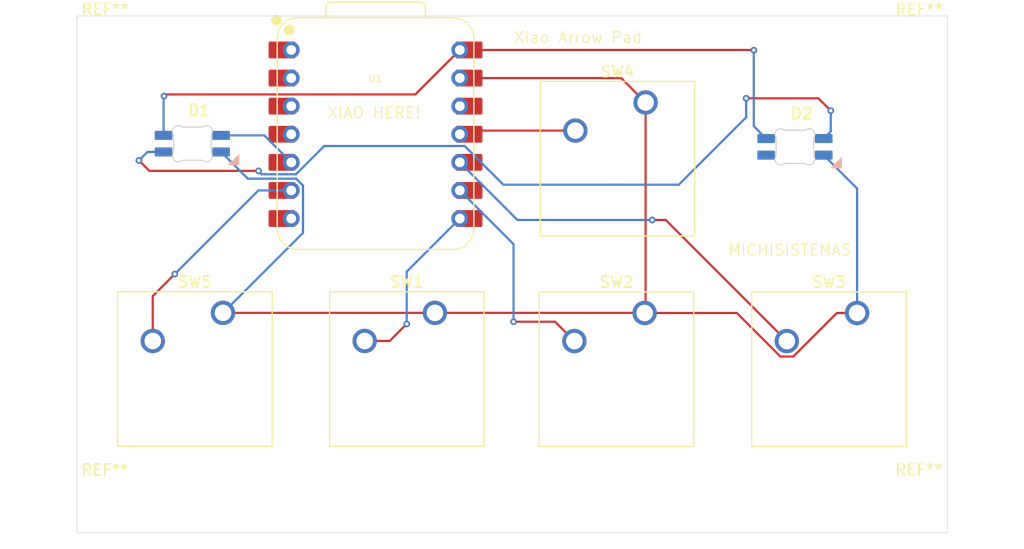
<source format=kicad_pcb>
(kicad_pcb (version 20241229) (generator "pcbnew") (generator_version "9.0")
  (layers (0 "F.Cu" signal) (2 "B.Cu" signal) (13 "F.Paste" user) (15 "B.Paste" user) (5 "F.SilkS" user "F.Silkscreen") (7 "B.SilkS" user "B.Silkscreen") (1 "F.Mask" user) (3 "B.Mask" user) (25 "Edge.Cuts" user))
  (net 0 "")
  (net 1 "Net-(D1-DOUT)")
  (net 2 "GND")
  (net 3 "Net-(D1-DIN)")
  (net 4 "+5V")
  (net 5 "Net-(U1-GPIO1{slash}RX)")
  (net 6 "Net-(U1-GPIO2{slash}SCK)")
  (net 7 "Net-(U1-GPIO4{slash}MISO)")
  (net 8 "Net-(U1-GPIO3{slash}MOSI)")
  (net 11 "Net-(U1-GPIO7{slash}SCL)")
  (footprint "Button_Switch_Keyboard:SW_Cherry_MX_1.00u_PCB" (layer "F.Cu") (at 134.49 123.38)
    (property "Reference" "SW1" (at -2.54 -2.794 0) (layer "F.SilkS"))
    (property "Value" "SW_Push")
    (fp_line (start -9.525 -1.905) (end 4.445 -1.905) (stroke (width 0.12)) (layer "F.SilkS"))
    (fp_line (start -9.525 12.065) (end -9.525 -1.905) (stroke (width 0.12)) (layer "F.SilkS"))
    (fp_line (start 4.445 -1.905) (end 4.445 12.065) (stroke (width 0.12)) (layer "F.SilkS"))
    (fp_line (start 4.445 12.065) (end -9.525 12.065) (stroke (width 0.12)) (layer "F.SilkS"))
    (pad "" np_thru_hole circle (at -7.62 5.08) (size 1.7 1.7) (drill 1.7) (layers "*.Cu" "*.Mask"))
    (pad "" np_thru_hole circle (at -2.54 5.08) (size 4 4) (drill 4) (layers "*.Cu" "*.Mask"))
    (pad "" np_thru_hole circle (at 2.54 5.08) (size 1.7 1.7) (drill 1.7) (layers "*.Cu" "*.Mask"))
    (pad "1" thru_hole circle (at 0 0) (size 2.2 2.2) (drill 1.5) (layers "*.Cu" "*.Mask") (net 2 "GND"))
    (pad "2" thru_hole circle (at -6.35 2.54) (size 2.2 2.2) (drill 1.5) (layers "*.Cu" "*.Mask") (net 5 "Net-(U1-GPIO1{slash}RX)"))
  )
  (footprint "OPL Lib:XIAO-RP2040-DIP" (layer "F.Cu") (at 129.12 107.23)
    (property "Reference" "U1" (at -0.02 -5.01 0) (layer "F.SilkS") (effects (font (size 0.635 0.635) (thickness 0.1016))))
    (property "Value" "XIAO-RP2040-DIP")
    (fp_line (start -8.89 8.509) (end -8.89 -8.636) (stroke (width 0.127)) (layer "F.SilkS"))
    (fp_line (start -6.985 10.414) (end 6.985 10.414) (stroke (width 0.127)) (layer "F.SilkS"))
    (fp_line (start -4.495 -10.541) (end -4.491272 -11.451272) (stroke (width 0.127)) (layer "F.SilkS"))
    (fp_line (start -3.991272 -11.951) (end 4.004 -11.951) (stroke (width 0.127)) (layer "F.SilkS"))
    (fp_line (start 4.504 -11.451) (end 4.504 -10.541) (stroke (width 0.127)) (layer "F.SilkS"))
    (fp_line (start 6.985 -10.541) (end -6.985 -10.541) (stroke (width 0.1)) (layer "F.SilkS"))
    (fp_line (start 6.985 -10.541) (end -6.985 -10.541) (stroke (width 0.127)) (layer "F.SilkS"))
    (fp_line (start 8.89 8.509) (end 8.89 -8.636) (stroke (width 0.127)) (layer "F.SilkS"))
    (fp_arc (start -8.89 -8.636) (mid -8.332038 -9.983038) (end -6.985 -10.541) (stroke (width 0.127)) (layer "F.SilkS"))
    (fp_arc (start -6.985 10.414) (mid -8.332038 9.856038) (end -8.89 8.509) (stroke (width 0.127)) (layer "F.SilkS"))
    (fp_arc (start -4.491272 -11.451272) (mid -4.344728 -11.80464) (end -3.991272 -11.951) (stroke (width 0.127)) (layer "F.SilkS"))
    (fp_arc (start 4.004 -11.951) (mid 4.357553 -11.804553) (end 4.504 -11.451) (stroke (width 0.127)) (layer "F.SilkS"))
    (fp_arc (start 6.985 -10.541) (mid 8.332038 -9.983038) (end 8.89 -8.636) (stroke (width 0.127)) (layer "F.SilkS"))
    (fp_arc (start 8.89 8.509) (mid 8.332038 9.856038) (end 6.985 10.414) (stroke (width 0.127)) (layer "F.SilkS"))
    (fp_circle (center -8.95 -10.3) (end -8.95 -10.554) (stroke (width 0.5)) (fill yes) (layer "F.SilkS"))
    (fp_circle (center -7.807 -9.42) (end -7.807 -9.674) (stroke (width 0.5)) (fill yes) (layer "F.SilkS"))
    (pad "1" smd roundrect (at -8.455 -7.62 180) (size 2.432 1.524) (layers "F.Cu" "F.Mask") (roundrect_rratio 0.1))
    (pad "1" thru_hole circle (at -7.62 -7.62 180) (size 1.524 1.524) (drill 0.889) (layers "*.Cu" "*.Mask"))
    (pad "2" smd roundrect (at -8.455 -5.08 180) (size 2.432 1.524) (layers "F.Cu" "F.Mask") (roundrect_rratio 0.1))
    (pad "2" thru_hole circle (at -7.62 -5.08 180) (size 1.524 1.524) (drill 0.889) (layers "*.Cu" "*.Mask"))
    (pad "3" smd roundrect (at -8.455 -2.54 180) (size 2.432 1.524) (layers "F.Cu" "F.Mask") (roundrect_rratio 0.1))
    (pad "3" thru_hole circle (at -7.62 -2.54 180) (size 1.524 1.524) (drill 0.889) (layers "*.Cu" "*.Mask"))
    (pad "4" smd roundrect (at -8.455 0 180) (size 2.432 1.524) (layers "F.Cu" "F.Mask") (roundrect_rratio 0.1))
    (pad "4" thru_hole circle (at -7.62 0 180) (size 1.524 1.524) (drill 0.889) (layers "*.Cu" "*.Mask"))
    (pad "5" smd roundrect (at -8.455 2.54 180) (size 2.432 1.524) (layers "F.Cu" "F.Mask") (roundrect_rratio 0.1) (net 3 "Net-(D1-DIN)"))
    (pad "5" thru_hole circle (at -7.62 2.54 180) (size 1.524 1.524) (drill 0.889) (layers "*.Cu" "*.Mask") (net 3 "Net-(D1-DIN)"))
    (pad "6" smd roundrect (at -8.455 5.08 180) (size 2.432 1.524) (layers "F.Cu" "F.Mask") (roundrect_rratio 0.1) (net 11 "Net-(U1-GPIO7{slash}SCL)"))
    (pad "6" thru_hole circle (at -7.62 5.08 180) (size 1.524 1.524) (drill 0.889) (layers "*.Cu" "*.Mask") (net 11 "Net-(U1-GPIO7{slash}SCL)"))
    (pad "7" smd roundrect (at -8.455 7.62 180) (size 2.432 1.524) (layers "F.Cu" "F.Mask") (roundrect_rratio 0.1))
    (pad "7" thru_hole circle (at -7.62 7.62 180) (size 1.524 1.524) (drill 0.889) (layers "*.Cu" "*.Mask"))
    (pad "8" thru_hole circle (at 7.62 7.62) (size 1.524 1.524) (drill 0.889) (layers "*.Cu" "*.Mask") (net 5 "Net-(U1-GPIO1{slash}RX)"))
    (pad "8" smd roundrect (at 8.455 7.62) (size 2.432 1.524) (layers "F.Cu" "F.Mask") (roundrect_rratio 0.1) (net 5 "Net-(U1-GPIO1{slash}RX)"))
    (pad "9" thru_hole circle (at 7.62 5.08) (size 1.524 1.524) (drill 0.889) (layers "*.Cu" "*.Mask") (net 6 "Net-(U1-GPIO2{slash}SCK)"))
    (pad "9" smd roundrect (at 8.455 5.08) (size 2.432 1.524) (layers "F.Cu" "F.Mask") (roundrect_rratio 0.1) (net 6 "Net-(U1-GPIO2{slash}SCK)"))
    (pad "10" thru_hole circle (at 7.62 2.54) (size 1.524 1.524) (drill 0.889) (layers "*.Cu" "*.Mask") (net 7 "Net-(U1-GPIO4{slash}MISO)"))
    (pad "10" smd roundrect (at 8.455 2.54) (size 2.432 1.524) (layers "F.Cu" "F.Mask") (roundrect_rratio 0.1) (net 7 "Net-(U1-GPIO4{slash}MISO)"))
    (pad "11" thru_hole circle (at 7.62 0) (size 1.524 1.524) (drill 0.889) (layers "*.Cu" "*.Mask") (net 8 "Net-(U1-GPIO3{slash}MOSI)"))
    (pad "11" smd roundrect (at 8.455 0) (size 2.432 1.524) (layers "F.Cu" "F.Mask") (roundrect_rratio 0.1) (net 8 "Net-(U1-GPIO3{slash}MOSI)"))
    (pad "12" thru_hole circle (at 7.62 -2.54) (size 1.524 1.524) (drill 0.889) (layers "*.Cu" "*.Mask"))
    (pad "12" smd roundrect (at 8.455 -2.54) (size 2.432 1.524) (layers "F.Cu" "F.Mask") (roundrect_rratio 0.1))
    (pad "13" thru_hole circle (at 7.62 -5.08) (size 1.524 1.524) (drill 0.889) (layers "*.Cu" "*.Mask") (net 2 "GND"))
    (pad "13" smd roundrect (at 8.455 -5.08) (size 2.432 1.524) (layers "F.Cu" "F.Mask") (roundrect_rratio 0.1) (net 2 "GND"))
    (pad "14" thru_hole circle (at 7.62 -7.62) (size 1.524 1.524) (drill 0.889) (layers "*.Cu" "*.Mask") (net 4 "+5V"))
    (pad "14" smd roundrect (at 8.455 -7.62) (size 2.432 1.524) (layers "F.Cu" "F.Mask") (roundrect_rratio 0.1) (net 4 "+5V"))
  )
  (footprint "Button_Switch_Keyboard:SW_Cherry_MX_1.00u_PCB" (layer "F.Cu") (at 115.33 123.38)
    (property "Reference" "SW5" (at -2.54 -2.794 0) (layer "F.SilkS"))
    (property "Value" "SW_Push")
    (fp_line (start -9.525 -1.905) (end 4.445 -1.905) (stroke (width 0.12)) (layer "F.SilkS"))
    (fp_line (start -9.525 12.065) (end -9.525 -1.905) (stroke (width 0.12)) (layer "F.SilkS"))
    (fp_line (start 4.445 -1.905) (end 4.445 12.065) (stroke (width 0.12)) (layer "F.SilkS"))
    (fp_line (start 4.445 12.065) (end -9.525 12.065) (stroke (width 0.12)) (layer "F.SilkS"))
    (pad "" np_thru_hole circle (at -7.62 5.08) (size 1.7 1.7) (drill 1.7) (layers "*.Cu" "*.Mask"))
    (pad "" np_thru_hole circle (at -2.54 5.08) (size 4 4) (drill 4) (layers "*.Cu" "*.Mask"))
    (pad "" np_thru_hole circle (at 2.54 5.08) (size 1.7 1.7) (drill 1.7) (layers "*.Cu" "*.Mask"))
    (pad "1" thru_hole circle (at 0 0) (size 2.2 2.2) (drill 1.5) (layers "*.Cu" "*.Mask") (net 2 "GND"))
    (pad "2" thru_hole circle (at -6.35 2.54) (size 2.2 2.2) (drill 1.5) (layers "*.Cu" "*.Mask") (net 11 "Net-(U1-GPIO7{slash}SCL)"))
  )
  (footprint "MountingHole:MountingHole_2.2mm_M2" (layer "F.Cu") (at 178.28 99.11)
    (property "Reference" "REF**" (at 0 -3.15 0) (layer "F.SilkS"))
    (property "Value" "MountingHole_2.2mm_M2")
    (pad "" np_thru_hole circle (at 0 0) (size 2.2 2.2) (drill 2.2) (layers "*.Cu" "*.Mask"))
  )
  (footprint "Button_Switch_Keyboard:SW_Cherry_MX_1.00u_PCB" (layer "F.Cu") (at 153.54 104.36)
    (property "Reference" "SW4" (at -2.54 -2.794 0) (layer "F.SilkS"))
    (property "Value" "SW_Push")
    (fp_line (start -9.525 -1.905) (end 4.445 -1.905) (stroke (width 0.12)) (layer "F.SilkS"))
    (fp_line (start -9.525 12.065) (end -9.525 -1.905) (stroke (width 0.12)) (layer "F.SilkS"))
    (fp_line (start 4.445 -1.905) (end 4.445 12.065) (stroke (width 0.12)) (layer "F.SilkS"))
    (fp_line (start 4.445 12.065) (end -9.525 12.065) (stroke (width 0.12)) (layer "F.SilkS"))
    (pad "" np_thru_hole circle (at -7.62 5.08) (size 1.7 1.7) (drill 1.7) (layers "*.Cu" "*.Mask"))
    (pad "" np_thru_hole circle (at -2.54 5.08) (size 4 4) (drill 4) (layers "*.Cu" "*.Mask"))
    (pad "" np_thru_hole circle (at 2.54 5.08) (size 1.7 1.7) (drill 1.7) (layers "*.Cu" "*.Mask"))
    (pad "1" thru_hole circle (at 0 0) (size 2.2 2.2) (drill 1.5) (layers "*.Cu" "*.Mask") (net 2 "GND"))
    (pad "2" thru_hole circle (at -6.35 2.54) (size 2.2 2.2) (drill 1.5) (layers "*.Cu" "*.Mask") (net 8 "Net-(U1-GPIO3{slash}MOSI)"))
  )
  (footprint "footprints:SK6812MINI-E_fixed" (layer "F.Cu") (at 167.04 108.47)
    (property "Reference" "D2" (at 0.6 -3.1 0) (layer "F.SilkS") (effects (font (thickness 0.2) (bold yes))))
    (property "Value" "SK6812MINI-E")
    (fp_poly (pts (xy 4.200001 0.897158) (xy 3.300001 1.797158) (xy 4.200001 1.797158)) (stroke (width 0.1)) (fill yes) (layer "B.SilkS"))
    (fp_line (start -1.699998 0.6) (end -1.699998 -0.805684) (stroke (width 0.1)) (layer "Edge.Cuts"))
    (fp_line (start -0.794451 -1.602841) (end 0.794454 -1.602841) (stroke (width 0.1)) (layer "Edge.Cuts"))
    (fp_line (start 0.794453 1.397158) (end -0.794451 1.397158) (stroke (width 0.1)) (layer "Edge.Cuts"))
    (fp_line (start 1.7 -0.805684) (end 1.7 0.6) (stroke (width 0.1)) (layer "Edge.Cuts"))
    (fp_arc (start -1.749483 -1.022562) (mid -1.712526 -0.91691) (end -1.699998 -0.805684) (stroke (width 0.1)) (layer "Edge.Cuts"))
    (fp_arc (start -1.749483 -1.022562) (mid -1.63807 -1.606877) (end -1.04671 -1.671141) (stroke (width 0.1)) (layer "Edge.Cuts"))
    (fp_arc (start -1.699998 0.600001) (mid -1.712526 0.711226) (end -1.749483 0.816878) (stroke (width 0.1)) (layer "Edge.Cuts"))
    (fp_arc (start -1.04671 1.465455) (mid -1.638069 1.401192) (end -1.749483 0.816878) (stroke (width 0.1)) (layer "Edge.Cuts"))
    (fp_arc (start -1.046709 1.465457) (mid -0.925121 1.414535) (end -0.794451 1.397158) (stroke (width 0.1)) (layer "Edge.Cuts"))
    (fp_arc (start -0.794452 -1.602842) (mid -0.925122 -1.620219) (end -1.04671 -1.671141) (stroke (width 0.1)) (layer "Edge.Cuts"))
    (fp_arc (start 0.794453 1.397158) (mid 0.925124 1.414535) (end 1.046712 1.465457) (stroke (width 0.1)) (layer "Edge.Cuts"))
    (fp_arc (start 1.046712 -1.67114) (mid 0.925124 -1.620218) (end 0.794454 -1.602841) (stroke (width 0.1)) (layer "Edge.Cuts"))
    (fp_arc (start 1.046712 -1.67114) (mid 1.638072 -1.606876) (end 1.749485 -1.022562) (stroke (width 0.1)) (layer "Edge.Cuts"))
    (fp_arc (start 1.7 -0.805685) (mid 1.712528 -0.91691) (end 1.749485 -1.022562) (stroke (width 0.1)) (layer "Edge.Cuts"))
    (fp_arc (start 1.749485 0.816877) (mid 1.638073 1.401193) (end 1.046712 1.465457) (stroke (width 0.1)) (layer "Edge.Cuts"))
    (fp_arc (start 1.749485 0.816878) (mid 1.712528 0.711226) (end 1.7 0.6) (stroke (width 0.1)) (layer "Edge.Cuts"))
    (pad "1" smd roundrect (at -2.599999 -0.852842 270) (size 0.82 1.6) (layers "B.Cu" "B.Mask" "B.Paste") (roundrect_rratio 0.1) (net 4 "+5V"))
    (pad "2" smd roundrect (at -2.599999 0.647158 270) (size 0.82 1.6) (layers "B.Cu" "B.Mask" "B.Paste") (roundrect_rratio 0.1))
    (pad "3" smd roundrect (at 2.600001 0.647158 270) (size 0.82 1.6) (layers "B.Cu" "B.Mask" "B.Paste") (roundrect_rratio 0.1) (net 2 "GND"))
    (pad "4" smd roundrect (at 2.600001 -0.852842 270) (size 0.82 1.6) (layers "B.Cu" "B.Mask" "B.Paste") (roundrect_rratio 0.1) (net 1 "Net-(D1-DOUT)"))
  )
  (footprint "MountingHole:MountingHole_2.2mm_M2" (layer "F.Cu") (at 104.65 140.73)
    (property "Reference" "REF**" (at 0 -3.15 0) (layer "F.SilkS"))
    (property "Value" "MountingHole_2.2mm_M2")
    (pad "" np_thru_hole circle (at 0 0) (size 2.2 2.2) (drill 2.2) (layers "*.Cu" "*.Mask"))
  )
  (footprint "Button_Switch_Keyboard:SW_Cherry_MX_1.00u_PCB" (layer "F.Cu") (at 172.66 123.39)
    (property "Reference" "SW3" (at -2.54 -2.794 0) (layer "F.SilkS"))
    (property "Value" "SW_Push")
    (fp_line (start -9.525 -1.905) (end 4.445 -1.905) (stroke (width 0.12)) (layer "F.SilkS"))
    (fp_line (start -9.525 12.065) (end -9.525 -1.905) (stroke (width 0.12)) (layer "F.SilkS"))
    (fp_line (start 4.445 -1.905) (end 4.445 12.065) (stroke (width 0.12)) (layer "F.SilkS"))
    (fp_line (start 4.445 12.065) (end -9.525 12.065) (stroke (width 0.12)) (layer "F.SilkS"))
    (pad "" np_thru_hole circle (at -7.62 5.08) (size 1.7 1.7) (drill 1.7) (layers "*.Cu" "*.Mask"))
    (pad "" np_thru_hole circle (at -2.54 5.08) (size 4 4) (drill 4) (layers "*.Cu" "*.Mask"))
    (pad "" np_thru_hole circle (at 2.54 5.08) (size 1.7 1.7) (drill 1.7) (layers "*.Cu" "*.Mask"))
    (pad "1" thru_hole circle (at 0 0) (size 2.2 2.2) (drill 1.5) (layers "*.Cu" "*.Mask") (net 2 "GND"))
    (pad "2" thru_hole circle (at -6.35 2.54) (size 2.2 2.2) (drill 1.5) (layers "*.Cu" "*.Mask") (net 7 "Net-(U1-GPIO4{slash}MISO)"))
  )
  (footprint "MountingHole:MountingHole_2.2mm_M2" (layer "F.Cu") (at 104.68 99.09)
    (property "Reference" "REF**" (at 0 -3.15 0) (layer "F.SilkS"))
    (property "Value" "MountingHole_2.2mm_M2")
    (pad "" np_thru_hole circle (at 0 0) (size 2.2 2.2) (drill 2.2) (layers "*.Cu" "*.Mask"))
  )
  (footprint "footprints:SK6812MINI-E_fixed" (layer "F.Cu") (at 112.557499 108.182842)
    (property "Reference" "D1" (at 0.6 -3.1 0) (layer "F.SilkS") (effects (font (thickness 0.2) (bold yes))))
    (property "Value" "SK6812MINI-E")
    (fp_poly (pts (xy 4.200001 0.897158) (xy 3.300001 1.797158) (xy 4.200001 1.797158)) (stroke (width 0.1)) (fill yes) (layer "B.SilkS"))
    (fp_line (start -1.699998 0.6) (end -1.699998 -0.805684) (stroke (width 0.1)) (layer "Edge.Cuts"))
    (fp_line (start -0.794451 -1.602841) (end 0.794454 -1.602841) (stroke (width 0.1)) (layer "Edge.Cuts"))
    (fp_line (start 0.794453 1.397158) (end -0.794451 1.397158) (stroke (width 0.1)) (layer "Edge.Cuts"))
    (fp_line (start 1.7 -0.805684) (end 1.7 0.6) (stroke (width 0.1)) (layer "Edge.Cuts"))
    (fp_arc (start -1.749483 -1.022562) (mid -1.712526 -0.91691) (end -1.699998 -0.805684) (stroke (width 0.1)) (layer "Edge.Cuts"))
    (fp_arc (start -1.749483 -1.022562) (mid -1.63807 -1.606877) (end -1.04671 -1.671141) (stroke (width 0.1)) (layer "Edge.Cuts"))
    (fp_arc (start -1.699998 0.600001) (mid -1.712526 0.711226) (end -1.749483 0.816878) (stroke (width 0.1)) (layer "Edge.Cuts"))
    (fp_arc (start -1.04671 1.465455) (mid -1.638069 1.401192) (end -1.749483 0.816878) (stroke (width 0.1)) (layer "Edge.Cuts"))
    (fp_arc (start -1.046709 1.465457) (mid -0.925121 1.414535) (end -0.794451 1.397158) (stroke (width 0.1)) (layer "Edge.Cuts"))
    (fp_arc (start -0.794452 -1.602842) (mid -0.925122 -1.620219) (end -1.04671 -1.671141) (stroke (width 0.1)) (layer "Edge.Cuts"))
    (fp_arc (start 0.794453 1.397158) (mid 0.925124 1.414535) (end 1.046712 1.465457) (stroke (width 0.1)) (layer "Edge.Cuts"))
    (fp_arc (start 1.046712 -1.67114) (mid 0.925124 -1.620218) (end 0.794454 -1.602841) (stroke (width 0.1)) (layer "Edge.Cuts"))
    (fp_arc (start 1.046712 -1.67114) (mid 1.638072 -1.606876) (end 1.749485 -1.022562) (stroke (width 0.1)) (layer "Edge.Cuts"))
    (fp_arc (start 1.7 -0.805685) (mid 1.712528 -0.91691) (end 1.749485 -1.022562) (stroke (width 0.1)) (layer "Edge.Cuts"))
    (fp_arc (start 1.749485 0.816877) (mid 1.638073 1.401193) (end 1.046712 1.465457) (stroke (width 0.1)) (layer "Edge.Cuts"))
    (fp_arc (start 1.749485 0.816878) (mid 1.712528 0.711226) (end 1.7 0.6) (stroke (width 0.1)) (layer "Edge.Cuts"))
    (pad "1" smd roundrect (at -2.599999 -0.852842 270) (size 0.82 1.6) (layers "B.Cu" "B.Mask" "B.Paste") (roundrect_rratio 0.1) (net 4 "+5V"))
    (pad "2" smd roundrect (at -2.599999 0.647158 270) (size 0.82 1.6) (layers "B.Cu" "B.Mask" "B.Paste") (roundrect_rratio 0.1) (net 1 "Net-(D1-DOUT)"))
    (pad "3" smd roundrect (at 2.600001 0.647158 270) (size 0.82 1.6) (layers "B.Cu" "B.Mask" "B.Paste") (roundrect_rratio 0.1) (net 2 "GND"))
    (pad "4" smd roundrect (at 2.600001 -0.852842 270) (size 0.82 1.6) (layers "B.Cu" "B.Mask" "B.Paste") (roundrect_rratio 0.1) (net 3 "Net-(D1-DIN)"))
  )
  (footprint "Button_Switch_Keyboard:SW_Cherry_MX_1.00u_PCB" (layer "F.Cu") (at 153.45 123.39)
    (property "Reference" "SW2" (at -2.54 -2.794 0) (layer "F.SilkS"))
    (property "Value" "SW_Push")
    (fp_line (start -9.525 -1.905) (end 4.445 -1.905) (stroke (width 0.12)) (layer "F.SilkS"))
    (fp_line (start -9.525 12.065) (end -9.525 -1.905) (stroke (width 0.12)) (layer "F.SilkS"))
    (fp_line (start 4.445 -1.905) (end 4.445 12.065) (stroke (width 0.12)) (layer "F.SilkS"))
    (fp_line (start 4.445 12.065) (end -9.525 12.065) (stroke (width 0.12)) (layer "F.SilkS"))
    (pad "" np_thru_hole circle (at -7.62 5.08) (size 1.7 1.7) (drill 1.7) (layers "*.Cu" "*.Mask"))
    (pad "" np_thru_hole circle (at -2.54 5.08) (size 4 4) (drill 4) (layers "*.Cu" "*.Mask"))
    (pad "" np_thru_hole circle (at 2.54 5.08) (size 1.7 1.7) (drill 1.7) (layers "*.Cu" "*.Mask"))
    (pad "1" thru_hole circle (at 0 0) (size 2.2 2.2) (drill 1.5) (layers "*.Cu" "*.Mask") (net 2 "GND"))
    (pad "2" thru_hole circle (at -6.35 2.54) (size 2.2 2.2) (drill 1.5) (layers "*.Cu" "*.Mask") (net 6 "Net-(U1-GPIO2{slash}SCK)"))
  )
  (footprint "MountingHole:MountingHole_2.2mm_M2" (layer "F.Cu") (at 178.25 140.69)
    (property "Reference" "REF**" (at 0 -3.15 0) (layer "F.SilkS"))
    (property "Value" "MountingHole_2.2mm_M2")
    (pad "" np_thru_hole circle (at 0 0) (size 2.2 2.2) (drill 2.2) (layers "*.Cu" "*.Mask"))
  )
  (gr_rect (start 102.11 96.54) (end 180.84 143.25) (stroke (width 0.05)) (fill no) (layer "Edge.Cuts"))
  (gr_text "XIAO HERE!" (at 124.69 105.87 0) (layer "F.SilkS") (effects (font (size 1 1) (thickness 0.1)) (justify left bottom)))
  (gr_text "Xiao Arrow Pad" (at 141.55 99.05 0) (layer "F.SilkS") (effects (font (size 1 1) (thickness 0.1)) (justify left bottom)))
  (gr_text "MICHISISTEMAS" (at 160.95 118.28 0) (layer "F.SilkS") (effects (font (size 1 1) (thickness 0.1)) (justify left bottom)))
  (segment (start 169.16 103.98) (end 170.28 105.1) (width 0.2) (layer "F.Cu") (net 1))
  (segment (start 170.28 105.1) (end 170.3 105.12) (width 0.2) (layer "F.Cu") (net 1))
  (segment (start 118.54 110.54) (end 108.67 110.54) (width 0.2) (layer "F.Cu") (net 1))
  (segment (start 162.63 103.98) (end 169.16 103.98) (width 0.2) (layer "F.Cu") (net 1))
  (segment (start 108.67 110.54) (end 107.73 109.6) (width 0.2) (layer "F.Cu") (net 1))
  (via (at 107.73 109.6) (size 0.6) (drill 0.3) (layers "F.Cu" "B.Cu") (net 1))
  (via (at 162.63 103.98) (size 0.6) (drill 0.3) (layers "F.Cu" "B.Cu") (net 1))
  (via (at 170.28 105.1) (size 0.6) (drill 0.3) (layers "F.Cu" "B.Cu") (net 1))
  (via (at 118.54 110.54) (size 0.6) (drill 0.3) (layers "F.Cu" "B.Cu") (net 1))
  (segment (start 140.67831 111.791) (end 137.18031 108.293) (width 0.2) (layer "B.Cu") (net 1))
  (segment (start 108.5 108.83) (end 109.9575 108.83) (width 0.2) (layer "B.Cu") (net 1))
  (segment (start 169.640001 107.617158) (end 170.28 106.977159) (width 0.2) (layer "B.Cu") (net 1))
  (segment (start 159.998158 108.328158) (end 162.63 105.696316) (width 0.2) (layer "B.Cu") (net 1))
  (segment (start 121.92731 110.846) (end 118.846 110.846) (width 0.2) (layer "B.Cu") (net 1))
  (segment (start 170.28 106.977159) (end 170.28 105.1) (width 0.2) (layer "B.Cu") (net 1))
  (segment (start 137.18031 108.293) (end 124.48031 108.293) (width 0.2) (layer "B.Cu") (net 1))
  (segment (start 162.63 105.696316) (end 162.63 103.98) (width 0.2) (layer "B.Cu") (net 1))
  (segment (start 118.846 110.846) (end 118.54 110.54) (width 0.2) (layer "B.Cu") (net 1))
  (segment (start 156.535316 111.791) (end 140.67831 111.791) (width 0.2) (layer "B.Cu") (net 1))
  (segment (start 107.73 109.6) (end 108.5 108.83) (width 0.2) (layer "B.Cu") (net 1))
  (segment (start 124.48031 108.293) (end 121.92731 110.846) (width 0.2) (layer "B.Cu") (net 1))
  (segment (start 159.998158 108.328158) (end 156.535316 111.791) (width 0.2) (layer "B.Cu") (net 1))
  (segment (start 165.729686 127.331) (end 161.788686 123.39) (width 0.2) (layer "F.Cu") (net 2))
  (segment (start 153.44 123.38) (end 153.45 123.39) (width 0.2) (layer "F.Cu") (net 2))
  (segment (start 115.33 123.38) (end 134.49 123.38) (width 0.2) (layer "F.Cu") (net 2))
  (segment (start 153.54 123.3) (end 153.54 104.36) (width 0.2) (layer "F.Cu") (net 2))
  (segment (start 153.54 104.36) (end 151.33 102.15) (width 0.2) (layer "F.Cu") (net 2))
  (segment (start 153.45 123.39) (end 153.54 123.3) (width 0.2) (layer "F.Cu") (net 2))
  (segment (start 161.788686 123.39) (end 153.45 123.39) (width 0.2) (layer "F.Cu") (net 2))
  (segment (start 151.33 102.15) (end 136.74 102.15) (width 0.2) (layer "F.Cu") (net 2))
  (segment (start 134.49 123.38) (end 153.44 123.38) (width 0.2) (layer "F.Cu") (net 2))
  (segment (start 172.68 123.37) (end 172.66 123.39) (width 0.2) (layer "F.Cu") (net 2))
  (segment (start 166.890314 127.331) (end 165.729686 127.331) (width 0.2) (layer "F.Cu") (net 2))
  (segment (start 134.5 123.39) (end 134.49 123.38) (width 0.2) (layer "F.Cu") (net 2))
  (segment (start 170.831314 123.39) (end 172.66 123.39) (width 0.2) (layer "F.Cu") (net 2))
  (segment (start 166.890314 127.331) (end 170.831314 123.39) (width 0.2) (layer "F.Cu") (net 2))
  (segment (start 115.1575 108.83) (end 117.5745 111.247) (width 0.2) (layer "B.Cu") (net 2))
  (segment (start 169.640001 109.117158) (end 172.66 112.137157) (width 0.2) (layer "B.Cu") (net 2))
  (segment (start 122.563 116.147) (end 115.33 123.38) (width 0.2) (layer "B.Cu") (net 2))
  (segment (start 122.563 111.86969) (end 122.563 116.147) (width 0.2) (layer "B.Cu") (net 2))
  (segment (start 121.94031 111.247) (end 122.563 111.86969) (width 0.2) (layer "B.Cu") (net 2))
  (segment (start 172.66 112.137157) (end 172.66 123.39) (width 0.2) (layer "B.Cu") (net 2))
  (segment (start 117.5745 111.247) (end 121.94031 111.247) (width 0.2) (layer "B.Cu") (net 2))
  (segment (start 119.06 107.33) (end 121.5 109.77) (width 0.2) (layer "B.Cu") (net 3))
  (segment (start 115.1575 107.33) (end 119.06 107.33) (width 0.2) (layer "B.Cu") (net 3))
  (segment (start 132.723 103.627) (end 136.74 99.61) (width 0.2) (layer "F.Cu") (net 4))
  (segment (start 110 103.78) (end 110.153 103.627) (width 0.2) (layer "F.Cu") (net 4))
  (segment (start 136.74 99.61) (end 163.3 99.61) (width 0.2) (layer "F.Cu") (net 4))
  (segment (start 163.3 99.61) (end 163.32 99.63) (width 0.2) (layer "F.Cu") (net 4))
  (segment (start 110.153 103.627) (end 132.723 103.627) (width 0.2) (layer "F.Cu") (net 4))
  (via (at 163.32 99.63) (size 0.6) (drill 0.3) (layers "F.Cu" "B.Cu") (net 4))
  (via (at 110 103.78) (size 0.6) (drill 0.3) (layers "F.Cu" "B.Cu") (net 4))
  (segment (start 109.9575 103.8225) (end 110 103.78) (width 0.2) (layer "B.Cu") (net 4))
  (segment (start 109.9575 107.33) (end 109.9575 103.8225) (width 0.2) (layer "B.Cu") (net 4))
  (segment (start 164.440001 107.617158) (end 163.32 106.497157) (width 0.2) (layer "B.Cu") (net 4))
  (segment (start 163.32 106.497157) (end 163.32 99.63) (width 0.2) (layer "B.Cu") (net 4))
  (segment (start 130.4 125.92) (end 131.94 124.38) (width 0.2) (layer "F.Cu") (net 5))
  (segment (start 128.14 125.92) (end 130.4 125.92) (width 0.2) (layer "F.Cu") (net 5))
  (via (at 131.94 124.38) (size 0.6) (drill 0.3) (layers "F.Cu" "B.Cu") (net 5))
  (segment (start 131.94 119.65) (end 136.74 114.85) (width 0.2) (layer "B.Cu") (net 5))
  (segment (start 131.94 124.38) (end 131.94 119.65) (width 0.2) (layer "B.Cu") (net 5))
  (segment (start 145.35 124.18) (end 141.6 124.18) (width 0.2) (layer "F.Cu") (net 6))
  (segment (start 147.1 125.93) (end 145.35 124.18) (width 0.2) (layer "F.Cu") (net 6))
  (via (at 141.6 124.18) (size 0.6) (drill 0.3) (layers "F.Cu" "B.Cu") (net 6))
  (segment (start 141.6 117.17) (end 136.74 112.31) (width 0.2) (layer "B.Cu") (net 6))
  (segment (start 141.6 124.18) (end 141.6 117.17) (width 0.2) (layer "B.Cu") (net 6))
  (segment (start 155.36 114.98) (end 154.14 114.98) (width 0.2) (layer "F.Cu") (net 7))
  (segment (start 166.31 125.93) (end 155.36 114.98) (width 0.2) (layer "F.Cu") (net 7))
  (via (at 154.14 114.98) (size 0.6) (drill 0.3) (layers "F.Cu" "B.Cu") (net 7))
  (segment (start 154.14 114.98) (end 141.95 114.98) (width 0.2) (layer "B.Cu") (net 7))
  (segment (start 141.95 114.98) (end 136.74 109.77) (width 0.2) (layer "B.Cu") (net 7))
  (segment (start 137.07 106.9) (end 136.74 107.23) (width 0.2) (layer "F.Cu") (net 8))
  (segment (start 147.19 106.9) (end 137.07 106.9) (width 0.2) (layer "F.Cu") (net 8))
  (segment (start 120.81 113) (end 121.5 112.31) (width 0.2) (layer "F.Cu") (net 11))
  (segment (start 108.98 125.92) (end 108.98 121.86) (width 0.2) (layer "F.Cu") (net 11))
  (segment (start 108.98 121.86) (end 110.970735 119.869265) (width 0.2) (layer "F.Cu") (net 11))
  (via (at 110.970735 119.869265) (size 0.6) (drill 0.3) (layers "F.Cu" "B.Cu") (net 11))
  (segment (start 118.53 112.31) (end 121.5 112.31) (width 0.2) (layer "B.Cu") (net 11))
  (segment (start 110.970735 119.869265) (end 118.53 112.31) (width 0.2) (layer "B.Cu") (net 11))
)
</source>
